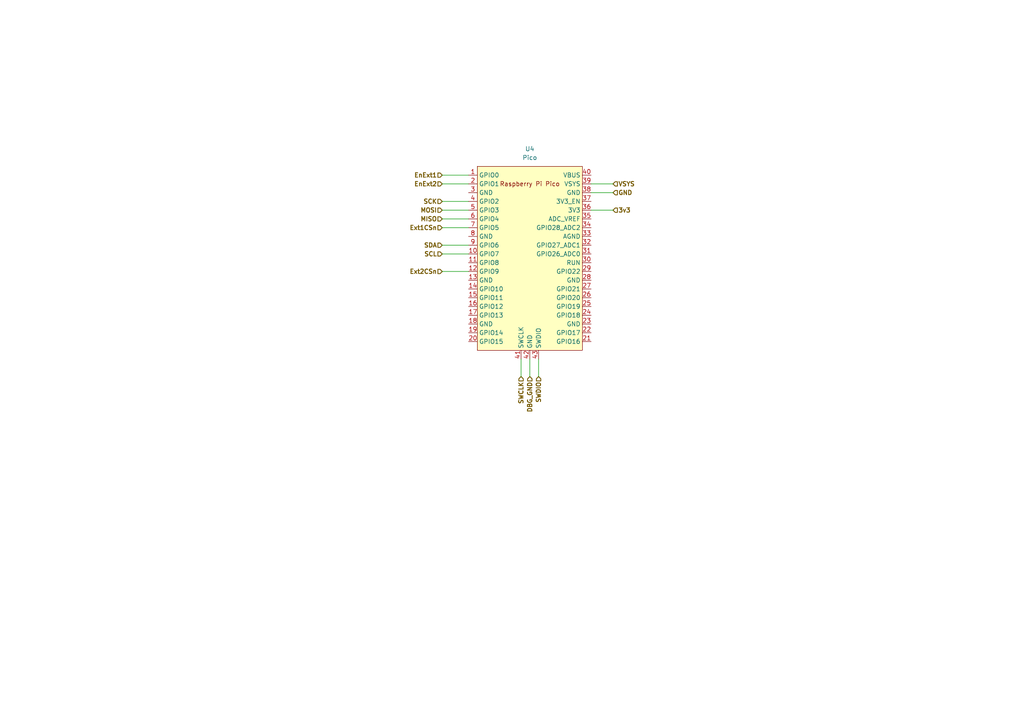
<source format=kicad_sch>
(kicad_sch (version 20231120) (generator "eeschema") (generator_version "8.0")
  (paper "A4")
  (lib_symbols
    (symbol "MCU_RaspberryPi_and_Boards:Pico"
      (property "Reference" "U" (at -13.97 27.94 0))
      (property "Value" "Pico" (at 0 19.05 0))
      (symbol "Pico_0_0"
        (text "Raspberry Pi Pico" (at 0 21.59 0) (effects (font (size 1.27 1.27))))
      )
      (symbol "Pico_0_1"
        (rectangle (start -15.24 26.67) (end 15.24 -26.67) (fill (type background)))
      )
      (symbol "Pico_1_1"
        (pin bidirectional line (at -17.78 24.13 0) (length 2.54) (name "GPIO0") (number "1"))
        (pin bidirectional line (at -17.78 1.27 0) (length 2.54) (name "GPIO7") (number "10"))
        (pin bidirectional line (at -17.78 -1.27 0) (length 2.54) (name "GPIO8") (number "11"))
        (pin bidirectional line (at -17.78 -3.81 0) (length 2.54) (name "GPIO9") (number "12"))
        (pin power_in line (at -17.78 -6.35 0) (length 2.54) (name "GND") (number "13"))
        (pin bidirectional line (at -17.78 -8.89 0) (length 2.54) (name "GPIO10") (number "14"))
        (pin bidirectional line (at -17.78 -11.43 0) (length 2.54) (name "GPIO11") (number "15"))
        (pin bidirectional line (at -17.78 -13.97 0) (length 2.54) (name "GPIO12") (number "16"))
        (pin bidirectional line (at -17.78 -16.51 0) (length 2.54) (name "GPIO13") (number "17"))
        (pin power_in line (at -17.78 -19.05 0) (length 2.54) (name "GND") (number "18"))
        (pin bidirectional line (at -17.78 -21.59 0) (length 2.54) (name "GPIO14") (number "19"))
        (pin bidirectional line (at -17.78 21.59 0) (length 2.54) (name "GPIO1") (number "2"))
        (pin bidirectional line (at -17.78 -24.13 0) (length 2.54) (name "GPIO15") (number "20"))
        (pin bidirectional line (at 17.78 -24.13 180) (length 2.54) (name "GPIO16") (number "21"))
        (pin bidirectional line (at 17.78 -21.59 180) (length 2.54) (name "GPIO17") (number "22"))
        (pin power_in line (at 17.78 -19.05 180) (length 2.54) (name "GND") (number "23"))
        (pin bidirectional line (at 17.78 -16.51 180) (length 2.54) (name "GPIO18") (number "24"))
        (pin bidirectional line (at 17.78 -13.97 180) (length 2.54) (name "GPIO19") (number "25"))
        (pin bidirectional line (at 17.78 -11.43 180) (length 2.54) (name "GPIO20") (number "26"))
        (pin bidirectional line (at 17.78 -8.89 180) (length 2.54) (name "GPIO21") (number "27"))
        (pin power_in line (at 17.78 -6.35 180) (length 2.54) (name "GND") (number "28"))
        (pin bidirectional line (at 17.78 -3.81 180) (length 2.54) (name "GPIO22") (number "29"))
        (pin power_in line (at -17.78 19.05 0) (length 2.54) (name "GND") (number "3"))
        (pin input line (at 17.78 -1.27 180) (length 2.54) (name "RUN") (number "30"))
        (pin bidirectional line (at 17.78 1.27 180) (length 2.54) (name "GPIO26_ADC0") (number "31"))
        (pin bidirectional line (at 17.78 3.81 180) (length 2.54) (name "GPIO27_ADC1") (number "32"))
        (pin power_in line (at 17.78 6.35 180) (length 2.54) (name "AGND") (number "33"))
        (pin bidirectional line (at 17.78 8.89 180) (length 2.54) (name "GPIO28_ADC2") (number "34"))
        (pin power_in line (at 17.78 11.43 180) (length 2.54) (name "ADC_VREF") (number "35"))
        (pin power_in line (at 17.78 13.97 180) (length 2.54) (name "3V3") (number "36"))
        (pin input line (at 17.78 16.51 180) (length 2.54) (name "3V3_EN") (number "37"))
        (pin bidirectional line (at 17.78 19.05 180) (length 2.54) (name "GND") (number "38"))
        (pin power_in line (at 17.78 21.59 180) (length 2.54) (name "VSYS") (number "39"))
        (pin bidirectional line (at -17.78 16.51 0) (length 2.54) (name "GPIO2") (number "4"))
        (pin power_in line (at 17.78 24.13 180) (length 2.54) (name "VBUS") (number "40"))
        (pin input line (at -2.54 -29.21 90) (length 2.54) (name "SWCLK") (number "41"))
        (pin power_in line (at 0 -29.21 90) (length 2.54) (name "GND") (number "42"))
        (pin bidirectional line (at 2.54 -29.21 90) (length 2.54) (name "SWDIO") (number "43"))
        (pin bidirectional line (at -17.78 13.97 0) (length 2.54) (name "GPIO3") (number "5"))
        (pin bidirectional line (at -17.78 11.43 0) (length 2.54) (name "GPIO4") (number "6"))
        (pin bidirectional line (at -17.78 8.89 0) (length 2.54) (name "GPIO5") (number "7"))
        (pin power_in line (at -17.78 6.35 0) (length 2.54) (name "GND") (number "8"))
        (pin bidirectional line (at -17.78 3.81 0) (length 2.54) (name "GPIO6") (number "9"))
      )
    )
  )
  (wire (pts (xy 171.45 55.88) (xy 177.8 55.88)))
  (wire (pts (xy 151.13 104.14) (xy 151.13 109.22)))
  (wire (pts (xy 128.27 50.8) (xy 135.89 50.8)))
  (wire (pts (xy 171.45 53.34) (xy 177.8 53.34)))
  (wire (pts (xy 156.21 104.14) (xy 156.21 109.22)))
  (wire (pts (xy 128.27 71.12) (xy 135.89 71.12)))
  (wire (pts (xy 128.27 73.66) (xy 135.89 73.66)))
  (wire (pts (xy 128.27 63.5) (xy 135.89 63.5)))
  (wire (pts (xy 153.67 104.14) (xy 153.67 109.22)))
  (wire (pts (xy 128.27 78.74) (xy 135.89 78.74)))
  (wire (pts (xy 171.45 60.96) (xy 177.8 60.96)))
  (wire (pts (xy 128.27 58.42) (xy 135.89 58.42)))
  (wire (pts (xy 128.27 53.34) (xy 135.89 53.34)))
  (wire (pts (xy 128.27 60.96) (xy 135.89 60.96)))
  (wire (pts (xy 128.27 66.04) (xy 135.89 66.04)))
  (hierarchical_label "SCL" (shape input) (at 128.27 73.66 180) (effects (font (thickness 0.254) (bold yes))))
  (hierarchical_label "3v3" (shape input) (at 177.8 60.96 0) (effects (font (thickness 0.254) (bold yes))))
  (hierarchical_label "Ext2CSn" (shape input) (at 128.27 78.74 180) (effects (font (thickness 0.254) (bold yes))))
  (hierarchical_label "EnExt1" (shape input) (at 128.27 50.8 180) (effects (font (thickness 0.254) (bold yes))))
  (hierarchical_label "EnExt2" (shape input) (at 128.27 53.34 180) (effects (font (thickness 0.254) (bold yes))))
  (hierarchical_label "SWCLK" (shape input) (at 151.13 109.22 270) (effects (font (thickness 0.254) (bold yes))))
  (hierarchical_label "SWDIO" (shape input) (at 156.21 109.22 270) (effects (font (thickness 0.254) (bold yes))))
  (hierarchical_label "DBG_GND" (shape input) (at 153.67 109.22 270) (effects (font (thickness 0.254) (bold yes))))
  (hierarchical_label "MOSI" (shape input) (at 128.27 60.96 180) (effects (font (thickness 0.254) (bold yes))))
  (hierarchical_label "VSYS" (shape input) (at 177.8 53.34 0) (effects (font (thickness 0.254) (bold yes))))
  (hierarchical_label "GND" (shape input) (at 177.8 55.88 0) (effects (font (thickness 0.254) (bold yes))))
  (hierarchical_label "SCK" (shape input) (at 128.27 58.42 180) (effects (font (thickness 0.254) (bold yes))))
  (hierarchical_label "Ext1CSn" (shape input) (at 128.27 66.04 180) (effects (font (thickness 0.254) (bold yes))))
  (hierarchical_label "MISO" (shape input) (at 128.27 63.5 180) (effects (font (thickness 0.254) (bold yes))))
  (hierarchical_label "SDA" (shape input) (at 128.27 71.12 180) (effects (font (thickness 0.254) (bold yes))))
  (symbol (lib_id "MCU_RaspberryPi_and_Boards:Pico") (at 153.67 74.93 0) (unit 1)
    (property "Reference" "U4" (at 153.67 43.18 0))
    (property "Value" "Pico" (at 153.67 45.72 0))
    (property "Footprint" "RPi_Pico:RPi_Pico_SMD_TH" (effects (hide yes)))
  )
)
</source>
